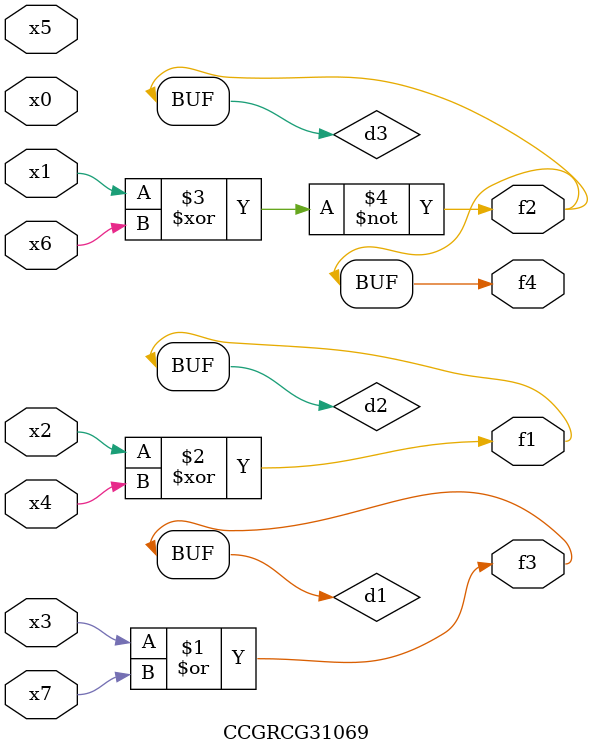
<source format=v>
module CCGRCG31069(
	input x0, x1, x2, x3, x4, x5, x6, x7,
	output f1, f2, f3, f4
);

	wire d1, d2, d3;

	or (d1, x3, x7);
	xor (d2, x2, x4);
	xnor (d3, x1, x6);
	assign f1 = d2;
	assign f2 = d3;
	assign f3 = d1;
	assign f4 = d3;
endmodule

</source>
